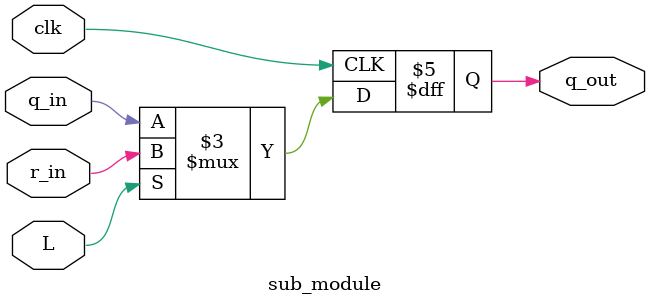
<source format=sv>
module top_module(
    input clk,
    input L,
    input [2:0] r,
    output [2:0] q
);
    wire [2:0] q_int;

    sub_module u0 ( 
        .clk(clk), 
        .L(L), 
        .q_in(q_int[2]), 
        .r_in(r[2]), 
        .q_out(q[2]) 
    );
    
    sub_module u1 ( 
        .clk(clk), 
        .L(L), 
        .q_in(q_int[1]), 
        .r_in(r[1]), 
        .q_out(q[1]) 
    );
    
    sub_module u2 ( 
        .clk(clk), 
        .L(L), 
        .q_in(q_int[0]), 
        .r_in(r[0]), 
        .q_out(q[0]) 
    );

    assign q_int = q;

endmodule
module sub_module(
    input clk,
    input L,
    input q_in,
    input r_in,
    output reg q_out
);
    always @(posedge clk) begin
        if (L) begin
            q_out <= r_in;
        end else begin
            q_out <= q_in;
        end
    end
endmodule

</source>
